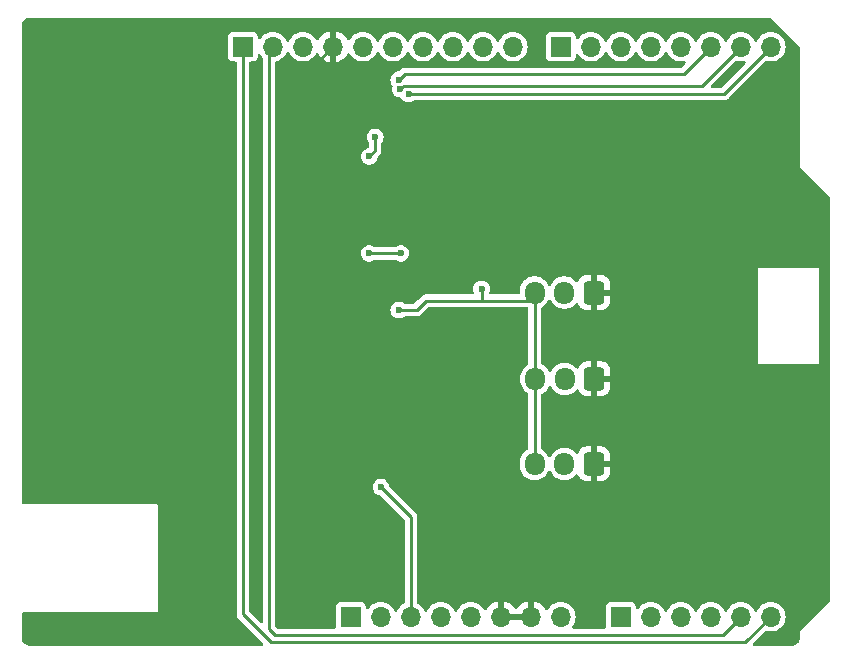
<source format=gbl>
G04 #@! TF.GenerationSoftware,KiCad,Pcbnew,8.0.7-8.0.7-0~ubuntu24.04.1*
G04 #@! TF.CreationDate,2025-01-16T01:19:07-05:00*
G04 #@! TF.ProjectId,tophat,746f7068-6174-42e6-9b69-6361645f7063,rev?*
G04 #@! TF.SameCoordinates,Original*
G04 #@! TF.FileFunction,Copper,L2,Bot*
G04 #@! TF.FilePolarity,Positive*
%FSLAX46Y46*%
G04 Gerber Fmt 4.6, Leading zero omitted, Abs format (unit mm)*
G04 Created by KiCad (PCBNEW 8.0.7-8.0.7-0~ubuntu24.04.1) date 2025-01-16 01:19:07*
%MOMM*%
%LPD*%
G01*
G04 APERTURE LIST*
G04 Aperture macros list*
%AMRoundRect*
0 Rectangle with rounded corners*
0 $1 Rounding radius*
0 $2 $3 $4 $5 $6 $7 $8 $9 X,Y pos of 4 corners*
0 Add a 4 corners polygon primitive as box body*
4,1,4,$2,$3,$4,$5,$6,$7,$8,$9,$2,$3,0*
0 Add four circle primitives for the rounded corners*
1,1,$1+$1,$2,$3*
1,1,$1+$1,$4,$5*
1,1,$1+$1,$6,$7*
1,1,$1+$1,$8,$9*
0 Add four rect primitives between the rounded corners*
20,1,$1+$1,$2,$3,$4,$5,0*
20,1,$1+$1,$4,$5,$6,$7,0*
20,1,$1+$1,$6,$7,$8,$9,0*
20,1,$1+$1,$8,$9,$2,$3,0*%
G04 Aperture macros list end*
G04 #@! TA.AperFunction,ComponentPad*
%ADD10R,1.700000X1.700000*%
G04 #@! TD*
G04 #@! TA.AperFunction,ComponentPad*
%ADD11O,1.700000X1.700000*%
G04 #@! TD*
G04 #@! TA.AperFunction,ComponentPad*
%ADD12RoundRect,0.250000X0.600000X0.725000X-0.600000X0.725000X-0.600000X-0.725000X0.600000X-0.725000X0*%
G04 #@! TD*
G04 #@! TA.AperFunction,ComponentPad*
%ADD13O,1.700000X1.950000*%
G04 #@! TD*
G04 #@! TA.AperFunction,ViaPad*
%ADD14C,0.600000*%
G04 #@! TD*
G04 #@! TA.AperFunction,Conductor*
%ADD15C,0.250000*%
G04 #@! TD*
G04 APERTURE END LIST*
D10*
X127940000Y-97460000D03*
D11*
X130480000Y-97460000D03*
X133020000Y-97460000D03*
X135560000Y-97460000D03*
X138100000Y-97460000D03*
X140640000Y-97460000D03*
X143180000Y-97460000D03*
X145720000Y-97460000D03*
D10*
X150800000Y-97460000D03*
D11*
X153340000Y-97460000D03*
X155880000Y-97460000D03*
X158420000Y-97460000D03*
X160960000Y-97460000D03*
X163500000Y-97460000D03*
D10*
X118796000Y-49200000D03*
D11*
X121336000Y-49200000D03*
X123876000Y-49200000D03*
X126416000Y-49200000D03*
X128956000Y-49200000D03*
X131496000Y-49200000D03*
X134036000Y-49200000D03*
X136576000Y-49200000D03*
X139116000Y-49200000D03*
X141656000Y-49200000D03*
D10*
X145720000Y-49200000D03*
D11*
X148260000Y-49200000D03*
X150800000Y-49200000D03*
X153340000Y-49200000D03*
X155880000Y-49200000D03*
X158420000Y-49200000D03*
X160960000Y-49200000D03*
X163500000Y-49200000D03*
D12*
X148500000Y-70025000D03*
D13*
X146000000Y-70025000D03*
X143500000Y-70025000D03*
D12*
X148500000Y-84525000D03*
D13*
X146000000Y-84525000D03*
X143500000Y-84525000D03*
D12*
X148550000Y-77325000D03*
D13*
X146050000Y-77325000D03*
X143550000Y-77325000D03*
D14*
X160000000Y-51500000D03*
X135500000Y-61000000D03*
X116500000Y-89500000D03*
X120000000Y-89500000D03*
X125500000Y-89500000D03*
X132821935Y-53192794D03*
X123500000Y-58500000D03*
X130000000Y-56875000D03*
X129500000Y-58500000D03*
X132150000Y-66703664D03*
X129500000Y-66703664D03*
X132000000Y-52000000D03*
X132125000Y-52800003D03*
X139000000Y-69703664D03*
X132000000Y-71500000D03*
X130500000Y-86500000D03*
D15*
X158420000Y-49200000D02*
X156120000Y-51500000D01*
X156120000Y-51500000D02*
X132500000Y-51500000D01*
X132500000Y-51500000D02*
X132000000Y-52000000D01*
X132425003Y-52500000D02*
X157660000Y-52500000D01*
X132125000Y-52800003D02*
X132425003Y-52500000D01*
X132000000Y-71500000D02*
X133500000Y-71500000D01*
X133500000Y-71500000D02*
X134296336Y-70703664D01*
X134296336Y-70703664D02*
X139000000Y-70703664D01*
X123500000Y-58500000D02*
X123500000Y-52116000D01*
X123500000Y-52116000D02*
X126416000Y-49200000D01*
X121500000Y-99000000D02*
X121000000Y-98500000D01*
X121000000Y-98500000D02*
X121000000Y-49536000D01*
X159420000Y-99000000D02*
X121500000Y-99000000D01*
X160960000Y-97460000D02*
X159420000Y-99000000D01*
X161346000Y-99614000D02*
X121149604Y-99614000D01*
X121149604Y-99614000D02*
X118796000Y-97260396D01*
X118796000Y-97260396D02*
X118796000Y-49200000D01*
X163500000Y-97460000D02*
X161346000Y-99614000D01*
X130000000Y-56875000D02*
X130000000Y-58000000D01*
X130000000Y-58000000D02*
X129500000Y-58500000D01*
X132150000Y-66703664D02*
X129500000Y-66703664D01*
X160960000Y-49200000D02*
X157660000Y-52500000D01*
X163500000Y-49200000D02*
X159509313Y-53190687D01*
X132818197Y-53190687D02*
X159509313Y-53190687D01*
X143500000Y-69825000D02*
X143500000Y-84525000D01*
X139000000Y-70703664D02*
X143500000Y-70703664D01*
X139000000Y-69703664D02*
X139000000Y-70703664D01*
X133020000Y-89020000D02*
X130500000Y-86500000D01*
X133020000Y-97460000D02*
X133020000Y-89020000D01*
G04 #@! TA.AperFunction,Conductor*
G36*
X160594237Y-50396607D02*
G01*
X160742023Y-50436207D01*
X160929787Y-50452633D01*
X160959998Y-50455277D01*
X160960000Y-50455277D01*
X160960002Y-50455277D01*
X160988254Y-50452805D01*
X161177977Y-50436207D01*
X161199036Y-50430564D01*
X161268885Y-50432227D01*
X161326747Y-50471389D01*
X161354252Y-50535617D01*
X161342666Y-50604520D01*
X161318810Y-50638020D01*
X159327963Y-52628868D01*
X159266640Y-52662353D01*
X159240282Y-52665187D01*
X158537344Y-52665187D01*
X158470305Y-52645502D01*
X158424550Y-52592698D01*
X158414606Y-52523540D01*
X158443631Y-52459984D01*
X158449663Y-52453506D01*
X158948354Y-51954815D01*
X160474467Y-50428700D01*
X160535788Y-50395217D01*
X160594237Y-50396607D01*
G37*
G04 #@! TD.AperFunction*
G04 #@! TA.AperFunction,Conductor*
G36*
X163484404Y-46755185D02*
G01*
X163505046Y-46771819D01*
X165928181Y-49194954D01*
X165961666Y-49256277D01*
X165964500Y-49282635D01*
X165964500Y-59344982D01*
X165964500Y-59375018D01*
X165975994Y-59402767D01*
X165975995Y-59402768D01*
X168468181Y-61894954D01*
X168501666Y-61956277D01*
X168504500Y-61982635D01*
X168504500Y-96107364D01*
X168484815Y-96174403D01*
X168468181Y-96195045D01*
X165997233Y-98665994D01*
X165975995Y-98687231D01*
X165964500Y-98714982D01*
X165964500Y-99231907D01*
X165963903Y-99244062D01*
X165952505Y-99359778D01*
X165947763Y-99383618D01*
X165917832Y-99482290D01*
X165915789Y-99489024D01*
X165906486Y-99511482D01*
X165854561Y-99608627D01*
X165841056Y-99628839D01*
X165771176Y-99713988D01*
X165753988Y-99731176D01*
X165668839Y-99801056D01*
X165648627Y-99814561D01*
X165551482Y-99866486D01*
X165529028Y-99875787D01*
X165487028Y-99888528D01*
X165423618Y-99907763D01*
X165399778Y-99912505D01*
X165291162Y-99923203D01*
X165284060Y-99923903D01*
X165271907Y-99924500D01*
X162078031Y-99924500D01*
X162010992Y-99904815D01*
X161965237Y-99852011D01*
X161955293Y-99782853D01*
X161984318Y-99719297D01*
X161990350Y-99712819D01*
X162220879Y-99482290D01*
X163014467Y-98688700D01*
X163075788Y-98655217D01*
X163134237Y-98656607D01*
X163282023Y-98696207D01*
X163469787Y-98712633D01*
X163499998Y-98715277D01*
X163500000Y-98715277D01*
X163500002Y-98715277D01*
X163528254Y-98712805D01*
X163717977Y-98696207D01*
X163929330Y-98639575D01*
X164127639Y-98547102D01*
X164306877Y-98421598D01*
X164461598Y-98266877D01*
X164587102Y-98087639D01*
X164679575Y-97889330D01*
X164736207Y-97677977D01*
X164755277Y-97460000D01*
X164736207Y-97242023D01*
X164688507Y-97064004D01*
X164679577Y-97030677D01*
X164679576Y-97030676D01*
X164679575Y-97030670D01*
X164587102Y-96832362D01*
X164587100Y-96832359D01*
X164587099Y-96832357D01*
X164461599Y-96653124D01*
X164386950Y-96578475D01*
X164306877Y-96498402D01*
X164127642Y-96372900D01*
X164127638Y-96372897D01*
X163998072Y-96312480D01*
X163929330Y-96280425D01*
X163929326Y-96280424D01*
X163929322Y-96280422D01*
X163717977Y-96223793D01*
X163500002Y-96204723D01*
X163499998Y-96204723D01*
X163354682Y-96217436D01*
X163282023Y-96223793D01*
X163282020Y-96223793D01*
X163070677Y-96280422D01*
X163070670Y-96280424D01*
X163070670Y-96280425D01*
X163067391Y-96281954D01*
X162872361Y-96372898D01*
X162872357Y-96372900D01*
X162693121Y-96498402D01*
X162538402Y-96653121D01*
X162412900Y-96832357D01*
X162412898Y-96832361D01*
X162342382Y-96983583D01*
X162296209Y-97036022D01*
X162229016Y-97055174D01*
X162162135Y-97034958D01*
X162117618Y-96983583D01*
X162062725Y-96865866D01*
X162047102Y-96832362D01*
X162047100Y-96832359D01*
X162047099Y-96832357D01*
X161921599Y-96653124D01*
X161846950Y-96578475D01*
X161766877Y-96498402D01*
X161587642Y-96372900D01*
X161587638Y-96372897D01*
X161458072Y-96312480D01*
X161389330Y-96280425D01*
X161389326Y-96280424D01*
X161389322Y-96280422D01*
X161177977Y-96223793D01*
X160960002Y-96204723D01*
X160959998Y-96204723D01*
X160814682Y-96217436D01*
X160742023Y-96223793D01*
X160742020Y-96223793D01*
X160530677Y-96280422D01*
X160530670Y-96280424D01*
X160530670Y-96280425D01*
X160527391Y-96281954D01*
X160332361Y-96372898D01*
X160332357Y-96372900D01*
X160153121Y-96498402D01*
X159998402Y-96653121D01*
X159872900Y-96832357D01*
X159872898Y-96832361D01*
X159802382Y-96983583D01*
X159756209Y-97036022D01*
X159689016Y-97055174D01*
X159622135Y-97034958D01*
X159577618Y-96983583D01*
X159522725Y-96865866D01*
X159507102Y-96832362D01*
X159507100Y-96832359D01*
X159507099Y-96832357D01*
X159381599Y-96653124D01*
X159306950Y-96578475D01*
X159226877Y-96498402D01*
X159047642Y-96372900D01*
X159047638Y-96372897D01*
X158918072Y-96312480D01*
X158849330Y-96280425D01*
X158849326Y-96280424D01*
X158849322Y-96280422D01*
X158637977Y-96223793D01*
X158420002Y-96204723D01*
X158419998Y-96204723D01*
X158274682Y-96217436D01*
X158202023Y-96223793D01*
X158202020Y-96223793D01*
X157990677Y-96280422D01*
X157990670Y-96280424D01*
X157990670Y-96280425D01*
X157987391Y-96281954D01*
X157792361Y-96372898D01*
X157792357Y-96372900D01*
X157613121Y-96498402D01*
X157458402Y-96653121D01*
X157332900Y-96832357D01*
X157332898Y-96832361D01*
X157262382Y-96983583D01*
X157216209Y-97036022D01*
X157149016Y-97055174D01*
X157082135Y-97034958D01*
X157037618Y-96983583D01*
X156982725Y-96865866D01*
X156967102Y-96832362D01*
X156967100Y-96832359D01*
X156967099Y-96832357D01*
X156841599Y-96653124D01*
X156766950Y-96578475D01*
X156686877Y-96498402D01*
X156507642Y-96372900D01*
X156507638Y-96372897D01*
X156378072Y-96312480D01*
X156309330Y-96280425D01*
X156309326Y-96280424D01*
X156309322Y-96280422D01*
X156097977Y-96223793D01*
X155880002Y-96204723D01*
X155879998Y-96204723D01*
X155734682Y-96217436D01*
X155662023Y-96223793D01*
X155662020Y-96223793D01*
X155450677Y-96280422D01*
X155450670Y-96280424D01*
X155450670Y-96280425D01*
X155447391Y-96281954D01*
X155252361Y-96372898D01*
X155252357Y-96372900D01*
X155073121Y-96498402D01*
X154918402Y-96653121D01*
X154792900Y-96832357D01*
X154792898Y-96832361D01*
X154722382Y-96983583D01*
X154676209Y-97036022D01*
X154609016Y-97055174D01*
X154542135Y-97034958D01*
X154497618Y-96983583D01*
X154442725Y-96865866D01*
X154427102Y-96832362D01*
X154427100Y-96832359D01*
X154427099Y-96832357D01*
X154301599Y-96653124D01*
X154226950Y-96578475D01*
X154146877Y-96498402D01*
X153967642Y-96372900D01*
X153967638Y-96372897D01*
X153838072Y-96312480D01*
X153769330Y-96280425D01*
X153769326Y-96280424D01*
X153769322Y-96280422D01*
X153557977Y-96223793D01*
X153340002Y-96204723D01*
X153339998Y-96204723D01*
X153194682Y-96217436D01*
X153122023Y-96223793D01*
X153122020Y-96223793D01*
X152910677Y-96280422D01*
X152910670Y-96280424D01*
X152910670Y-96280425D01*
X152907391Y-96281954D01*
X152712361Y-96372898D01*
X152712357Y-96372900D01*
X152533121Y-96498402D01*
X152378402Y-96653121D01*
X152276074Y-96799262D01*
X152221497Y-96842887D01*
X152151999Y-96850081D01*
X152089644Y-96818558D01*
X152054230Y-96758328D01*
X152050499Y-96728139D01*
X152050499Y-96578482D01*
X152050498Y-96578475D01*
X152035646Y-96484696D01*
X151978050Y-96371658D01*
X151978046Y-96371654D01*
X151978045Y-96371652D01*
X151888347Y-96281954D01*
X151888344Y-96281952D01*
X151888342Y-96281950D01*
X151811517Y-96242805D01*
X151775301Y-96224352D01*
X151681524Y-96209500D01*
X149918482Y-96209500D01*
X149837519Y-96222323D01*
X149824696Y-96224354D01*
X149711658Y-96281950D01*
X149711657Y-96281951D01*
X149711652Y-96281954D01*
X149621954Y-96371652D01*
X149621951Y-96371657D01*
X149621950Y-96371658D01*
X149602751Y-96409337D01*
X149564352Y-96484698D01*
X149549500Y-96578475D01*
X149549501Y-98346390D01*
X149548265Y-98346390D01*
X149535071Y-98409161D01*
X149486014Y-98458912D01*
X149425824Y-98474500D01*
X146773300Y-98474500D01*
X146706261Y-98454815D01*
X146660506Y-98402011D01*
X146650562Y-98332853D01*
X146678309Y-98270797D01*
X146681589Y-98266886D01*
X146681598Y-98266877D01*
X146807102Y-98087639D01*
X146899575Y-97889330D01*
X146956207Y-97677977D01*
X146975277Y-97460000D01*
X146956207Y-97242023D01*
X146908507Y-97064004D01*
X146899577Y-97030677D01*
X146899576Y-97030676D01*
X146899575Y-97030670D01*
X146807102Y-96832362D01*
X146807100Y-96832359D01*
X146807099Y-96832357D01*
X146681599Y-96653124D01*
X146606950Y-96578475D01*
X146526877Y-96498402D01*
X146347642Y-96372900D01*
X146347638Y-96372897D01*
X146218072Y-96312480D01*
X146149330Y-96280425D01*
X146149326Y-96280424D01*
X146149322Y-96280422D01*
X145937977Y-96223793D01*
X145720002Y-96204723D01*
X145719998Y-96204723D01*
X145574682Y-96217436D01*
X145502023Y-96223793D01*
X145502020Y-96223793D01*
X145290677Y-96280422D01*
X145290670Y-96280424D01*
X145290670Y-96280425D01*
X145287391Y-96281954D01*
X145092361Y-96372898D01*
X145092357Y-96372900D01*
X144913121Y-96498402D01*
X144758402Y-96653121D01*
X144632900Y-96832357D01*
X144632897Y-96832363D01*
X144617273Y-96865868D01*
X144571099Y-96918307D01*
X144503905Y-96937457D01*
X144437025Y-96917240D01*
X144392509Y-96865865D01*
X144353598Y-96782419D01*
X144218113Y-96588926D01*
X144218108Y-96588920D01*
X144051082Y-96421894D01*
X143857578Y-96286399D01*
X143643492Y-96186570D01*
X143643486Y-96186567D01*
X143430000Y-96129364D01*
X143430000Y-97026988D01*
X143372993Y-96994075D01*
X143245826Y-96960000D01*
X143114174Y-96960000D01*
X142987007Y-96994075D01*
X142930000Y-97026988D01*
X142930000Y-96129364D01*
X142929999Y-96129364D01*
X142716513Y-96186567D01*
X142716507Y-96186570D01*
X142502422Y-96286399D01*
X142502420Y-96286400D01*
X142308926Y-96421886D01*
X142308920Y-96421891D01*
X142141891Y-96588920D01*
X142141890Y-96588922D01*
X142011575Y-96775031D01*
X141956998Y-96818655D01*
X141887499Y-96825848D01*
X141825145Y-96794326D01*
X141808425Y-96775031D01*
X141678109Y-96588922D01*
X141678108Y-96588920D01*
X141511082Y-96421894D01*
X141317578Y-96286399D01*
X141103492Y-96186570D01*
X141103486Y-96186567D01*
X140890000Y-96129364D01*
X140890000Y-97026988D01*
X140832993Y-96994075D01*
X140705826Y-96960000D01*
X140574174Y-96960000D01*
X140447007Y-96994075D01*
X140390000Y-97026988D01*
X140390000Y-96129364D01*
X140389999Y-96129364D01*
X140176513Y-96186567D01*
X140176507Y-96186570D01*
X139962422Y-96286399D01*
X139962420Y-96286400D01*
X139768926Y-96421886D01*
X139768920Y-96421891D01*
X139601891Y-96588920D01*
X139601886Y-96588926D01*
X139466400Y-96782420D01*
X139466399Y-96782422D01*
X139427489Y-96865866D01*
X139381317Y-96918305D01*
X139314123Y-96937457D01*
X139247242Y-96917241D01*
X139202725Y-96865866D01*
X139202725Y-96865865D01*
X139187102Y-96832362D01*
X139187100Y-96832359D01*
X139187099Y-96832357D01*
X139061599Y-96653124D01*
X138986950Y-96578475D01*
X138906877Y-96498402D01*
X138727642Y-96372900D01*
X138727638Y-96372897D01*
X138598072Y-96312480D01*
X138529330Y-96280425D01*
X138529326Y-96280424D01*
X138529322Y-96280422D01*
X138317977Y-96223793D01*
X138100002Y-96204723D01*
X138099998Y-96204723D01*
X137954682Y-96217436D01*
X137882023Y-96223793D01*
X137882020Y-96223793D01*
X137670677Y-96280422D01*
X137670670Y-96280424D01*
X137670670Y-96280425D01*
X137667391Y-96281954D01*
X137472361Y-96372898D01*
X137472357Y-96372900D01*
X137293121Y-96498402D01*
X137138402Y-96653121D01*
X137012900Y-96832357D01*
X137012898Y-96832361D01*
X136942382Y-96983583D01*
X136896209Y-97036022D01*
X136829016Y-97055174D01*
X136762135Y-97034958D01*
X136717618Y-96983583D01*
X136662725Y-96865866D01*
X136647102Y-96832362D01*
X136647100Y-96832359D01*
X136647099Y-96832357D01*
X136521599Y-96653124D01*
X136446950Y-96578475D01*
X136366877Y-96498402D01*
X136187642Y-96372900D01*
X136187638Y-96372897D01*
X136058072Y-96312480D01*
X135989330Y-96280425D01*
X135989326Y-96280424D01*
X135989322Y-96280422D01*
X135777977Y-96223793D01*
X135560002Y-96204723D01*
X135559998Y-96204723D01*
X135414682Y-96217436D01*
X135342023Y-96223793D01*
X135342020Y-96223793D01*
X135130677Y-96280422D01*
X135130670Y-96280424D01*
X135130670Y-96280425D01*
X135127391Y-96281954D01*
X134932361Y-96372898D01*
X134932357Y-96372900D01*
X134753121Y-96498402D01*
X134598402Y-96653121D01*
X134472900Y-96832357D01*
X134472898Y-96832361D01*
X134402382Y-96983583D01*
X134356209Y-97036022D01*
X134289016Y-97055174D01*
X134222135Y-97034958D01*
X134177618Y-96983583D01*
X134122725Y-96865866D01*
X134107102Y-96832362D01*
X134107100Y-96832359D01*
X134107099Y-96832357D01*
X133981599Y-96653124D01*
X133906950Y-96578475D01*
X133826877Y-96498402D01*
X133647639Y-96372898D01*
X133644967Y-96371652D01*
X133617093Y-96358653D01*
X133564655Y-96312480D01*
X133545500Y-96246272D01*
X133545500Y-88950819D01*
X133545500Y-88950817D01*
X133509688Y-88817164D01*
X133440505Y-88697335D01*
X133342665Y-88599495D01*
X133342664Y-88599494D01*
X133338334Y-88595164D01*
X133338323Y-88595154D01*
X131230716Y-86487547D01*
X131197231Y-86426224D01*
X131195301Y-86414812D01*
X131185140Y-86331131D01*
X131185139Y-86331125D01*
X131124817Y-86172068D01*
X131090476Y-86122318D01*
X131028183Y-86032071D01*
X130933316Y-85948026D01*
X130900849Y-85919263D01*
X130750226Y-85840210D01*
X130585056Y-85799500D01*
X130414944Y-85799500D01*
X130249773Y-85840210D01*
X130099150Y-85919263D01*
X129971816Y-86032072D01*
X129875182Y-86172068D01*
X129814860Y-86331125D01*
X129814859Y-86331130D01*
X129794355Y-86500000D01*
X129814859Y-86668869D01*
X129814860Y-86668874D01*
X129875182Y-86827931D01*
X129937475Y-86918177D01*
X129971817Y-86967929D01*
X130077505Y-87061560D01*
X130099150Y-87080736D01*
X130249773Y-87159789D01*
X130249775Y-87159790D01*
X130414944Y-87200500D01*
X130414946Y-87200500D01*
X130420708Y-87201200D01*
X130484887Y-87228820D01*
X130493446Y-87236615D01*
X132458181Y-89201350D01*
X132491666Y-89262673D01*
X132494500Y-89289031D01*
X132494500Y-96246273D01*
X132474815Y-96313312D01*
X132422906Y-96358655D01*
X132392359Y-96372899D01*
X132213121Y-96498402D01*
X132058402Y-96653121D01*
X131932900Y-96832357D01*
X131932898Y-96832361D01*
X131862382Y-96983583D01*
X131816209Y-97036022D01*
X131749016Y-97055174D01*
X131682135Y-97034958D01*
X131637618Y-96983583D01*
X131582725Y-96865866D01*
X131567102Y-96832362D01*
X131567100Y-96832359D01*
X131567099Y-96832357D01*
X131441599Y-96653124D01*
X131366950Y-96578475D01*
X131286877Y-96498402D01*
X131107642Y-96372900D01*
X131107638Y-96372897D01*
X130978072Y-96312480D01*
X130909330Y-96280425D01*
X130909326Y-96280424D01*
X130909322Y-96280422D01*
X130697977Y-96223793D01*
X130480002Y-96204723D01*
X130479998Y-96204723D01*
X130334682Y-96217436D01*
X130262023Y-96223793D01*
X130262020Y-96223793D01*
X130050677Y-96280422D01*
X130050670Y-96280424D01*
X130050670Y-96280425D01*
X130047391Y-96281954D01*
X129852361Y-96372898D01*
X129852357Y-96372900D01*
X129673121Y-96498402D01*
X129518402Y-96653121D01*
X129416074Y-96799262D01*
X129361497Y-96842887D01*
X129291999Y-96850081D01*
X129229644Y-96818558D01*
X129194230Y-96758328D01*
X129190499Y-96728139D01*
X129190499Y-96578482D01*
X129190498Y-96578475D01*
X129175646Y-96484696D01*
X129118050Y-96371658D01*
X129118046Y-96371654D01*
X129118045Y-96371652D01*
X129028347Y-96281954D01*
X129028344Y-96281952D01*
X129028342Y-96281950D01*
X128951517Y-96242805D01*
X128915301Y-96224352D01*
X128821524Y-96209500D01*
X127058482Y-96209500D01*
X126977519Y-96222323D01*
X126964696Y-96224354D01*
X126851658Y-96281950D01*
X126851657Y-96281951D01*
X126851652Y-96281954D01*
X126761954Y-96371652D01*
X126761951Y-96371657D01*
X126761950Y-96371658D01*
X126742751Y-96409337D01*
X126704352Y-96484698D01*
X126689500Y-96578475D01*
X126689501Y-98346390D01*
X126688265Y-98346390D01*
X126675071Y-98409161D01*
X126626014Y-98458912D01*
X126565824Y-98474500D01*
X121769032Y-98474500D01*
X121701993Y-98454815D01*
X121681351Y-98438181D01*
X121561819Y-98318649D01*
X121528334Y-98257326D01*
X121525500Y-98230968D01*
X121525500Y-71499999D01*
X131294355Y-71499999D01*
X131314859Y-71668869D01*
X131314860Y-71668874D01*
X131375182Y-71827931D01*
X131437475Y-71918177D01*
X131471817Y-71967929D01*
X131536803Y-72025501D01*
X131599150Y-72080736D01*
X131749773Y-72159789D01*
X131749775Y-72159790D01*
X131914944Y-72200500D01*
X132085056Y-72200500D01*
X132250225Y-72159790D01*
X132400852Y-72080734D01*
X132416291Y-72067056D01*
X132428000Y-72056684D01*
X132491233Y-72026963D01*
X132510226Y-72025500D01*
X133423205Y-72025500D01*
X133423221Y-72025501D01*
X133430817Y-72025501D01*
X133569181Y-72025501D01*
X133569183Y-72025501D01*
X133639455Y-72006671D01*
X133674592Y-71997256D01*
X133674593Y-71997255D01*
X133702836Y-71989688D01*
X133822665Y-71920505D01*
X133920505Y-71822665D01*
X133920505Y-71822663D01*
X133930709Y-71812460D01*
X133930712Y-71812455D01*
X134477686Y-71265483D01*
X134539009Y-71231998D01*
X134565367Y-71229164D01*
X138930817Y-71229164D01*
X139069183Y-71229164D01*
X142833746Y-71229164D01*
X142890038Y-71242678D01*
X142906793Y-71251215D01*
X142957589Y-71299187D01*
X142974500Y-71361700D01*
X142974500Y-76013774D01*
X142954815Y-76080813D01*
X142906800Y-76124256D01*
X142894597Y-76130474D01*
X142814974Y-76188324D01*
X142735354Y-76246172D01*
X142735352Y-76246174D01*
X142735351Y-76246174D01*
X142596174Y-76385351D01*
X142596174Y-76385352D01*
X142596172Y-76385354D01*
X142565044Y-76428198D01*
X142480476Y-76544594D01*
X142391117Y-76719970D01*
X142330290Y-76907173D01*
X142299500Y-77101577D01*
X142299500Y-77548422D01*
X142330290Y-77742826D01*
X142391117Y-77930029D01*
X142477708Y-78099973D01*
X142480476Y-78105405D01*
X142596172Y-78264646D01*
X142735354Y-78403828D01*
X142825251Y-78469142D01*
X142894590Y-78519521D01*
X142894592Y-78519521D01*
X142894595Y-78519524D01*
X142906793Y-78525739D01*
X142957589Y-78573711D01*
X142974500Y-78636224D01*
X142974500Y-83188298D01*
X142954815Y-83255337D01*
X142906796Y-83298782D01*
X142844597Y-83330474D01*
X142764974Y-83388324D01*
X142685354Y-83446172D01*
X142685352Y-83446174D01*
X142685351Y-83446174D01*
X142546174Y-83585351D01*
X142546174Y-83585352D01*
X142546172Y-83585354D01*
X142515044Y-83628198D01*
X142430476Y-83744594D01*
X142341117Y-83919970D01*
X142280290Y-84107173D01*
X142249500Y-84301577D01*
X142249500Y-84748422D01*
X142280290Y-84942826D01*
X142341117Y-85130029D01*
X142427708Y-85299973D01*
X142430476Y-85305405D01*
X142546172Y-85464646D01*
X142685354Y-85603828D01*
X142844595Y-85719524D01*
X142927455Y-85761743D01*
X143019970Y-85808882D01*
X143019972Y-85808882D01*
X143019975Y-85808884D01*
X143116386Y-85840210D01*
X143207173Y-85869709D01*
X143401578Y-85900500D01*
X143401583Y-85900500D01*
X143598422Y-85900500D01*
X143792826Y-85869709D01*
X143980025Y-85808884D01*
X144155405Y-85719524D01*
X144314646Y-85603828D01*
X144453828Y-85464646D01*
X144569524Y-85305405D01*
X144639515Y-85168038D01*
X144687489Y-85117243D01*
X144755310Y-85100448D01*
X144821445Y-85122985D01*
X144860484Y-85168038D01*
X144930476Y-85305405D01*
X145046172Y-85464646D01*
X145185354Y-85603828D01*
X145344595Y-85719524D01*
X145427455Y-85761743D01*
X145519970Y-85808882D01*
X145519972Y-85808882D01*
X145519975Y-85808884D01*
X145616386Y-85840210D01*
X145707173Y-85869709D01*
X145901578Y-85900500D01*
X145901583Y-85900500D01*
X146098422Y-85900500D01*
X146292826Y-85869709D01*
X146480025Y-85808884D01*
X146655405Y-85719524D01*
X146814646Y-85603828D01*
X146953828Y-85464646D01*
X146967836Y-85445364D01*
X147023164Y-85402699D01*
X147092778Y-85396719D01*
X147154573Y-85429324D01*
X147185860Y-85479246D01*
X147215641Y-85569119D01*
X147215643Y-85569124D01*
X147307684Y-85718345D01*
X147431654Y-85842315D01*
X147580875Y-85934356D01*
X147580880Y-85934358D01*
X147747302Y-85989505D01*
X147747309Y-85989506D01*
X147850019Y-85999999D01*
X148249999Y-85999999D01*
X148250000Y-85999998D01*
X148250000Y-84929145D01*
X148316657Y-84967630D01*
X148437465Y-85000000D01*
X148562535Y-85000000D01*
X148683343Y-84967630D01*
X148750000Y-84929145D01*
X148750000Y-85999999D01*
X149149972Y-85999999D01*
X149149986Y-85999998D01*
X149252697Y-85989505D01*
X149419119Y-85934358D01*
X149419124Y-85934356D01*
X149568345Y-85842315D01*
X149692315Y-85718345D01*
X149784356Y-85569124D01*
X149784358Y-85569119D01*
X149839505Y-85402697D01*
X149839506Y-85402690D01*
X149849999Y-85299986D01*
X149850000Y-85299973D01*
X149850000Y-84775000D01*
X148904146Y-84775000D01*
X148942630Y-84708343D01*
X148975000Y-84587535D01*
X148975000Y-84462465D01*
X148942630Y-84341657D01*
X148904146Y-84275000D01*
X149849999Y-84275000D01*
X149849999Y-83750028D01*
X149849998Y-83750013D01*
X149839505Y-83647302D01*
X149784358Y-83480880D01*
X149784356Y-83480875D01*
X149692315Y-83331654D01*
X149568345Y-83207684D01*
X149419124Y-83115643D01*
X149419119Y-83115641D01*
X149252697Y-83060494D01*
X149252690Y-83060493D01*
X149149986Y-83050000D01*
X148750000Y-83050000D01*
X148750000Y-84120854D01*
X148683343Y-84082370D01*
X148562535Y-84050000D01*
X148437465Y-84050000D01*
X148316657Y-84082370D01*
X148250000Y-84120854D01*
X148250000Y-83050000D01*
X147850028Y-83050000D01*
X147850012Y-83050001D01*
X147747302Y-83060494D01*
X147580880Y-83115641D01*
X147580875Y-83115643D01*
X147431654Y-83207684D01*
X147307684Y-83331654D01*
X147215643Y-83480875D01*
X147215642Y-83480878D01*
X147185860Y-83570754D01*
X147146087Y-83628198D01*
X147081571Y-83655021D01*
X147012795Y-83642706D01*
X146967837Y-83604636D01*
X146953828Y-83585354D01*
X146814646Y-83446172D01*
X146655405Y-83330476D01*
X146593202Y-83298782D01*
X146480029Y-83241117D01*
X146292826Y-83180290D01*
X146098422Y-83149500D01*
X146098417Y-83149500D01*
X145901583Y-83149500D01*
X145901578Y-83149500D01*
X145707173Y-83180290D01*
X145519970Y-83241117D01*
X145344594Y-83330476D01*
X145253741Y-83396485D01*
X145185354Y-83446172D01*
X145185352Y-83446174D01*
X145185351Y-83446174D01*
X145046174Y-83585351D01*
X145046174Y-83585352D01*
X145046172Y-83585354D01*
X145015044Y-83628198D01*
X144930476Y-83744594D01*
X144860485Y-83881960D01*
X144812510Y-83932756D01*
X144744689Y-83949551D01*
X144678554Y-83927014D01*
X144639515Y-83881960D01*
X144572292Y-83750028D01*
X144569524Y-83744595D01*
X144453828Y-83585354D01*
X144314646Y-83446172D01*
X144155405Y-83330476D01*
X144155404Y-83330475D01*
X144155402Y-83330474D01*
X144093204Y-83298782D01*
X144042409Y-83250808D01*
X144025500Y-83188298D01*
X144025500Y-78687176D01*
X144045185Y-78620137D01*
X144093203Y-78576693D01*
X144205405Y-78519524D01*
X144364646Y-78403828D01*
X144503828Y-78264646D01*
X144619524Y-78105405D01*
X144689515Y-77968038D01*
X144737489Y-77917243D01*
X144805310Y-77900448D01*
X144871445Y-77922985D01*
X144910484Y-77968038D01*
X144980476Y-78105405D01*
X145096172Y-78264646D01*
X145235354Y-78403828D01*
X145394595Y-78519524D01*
X145474499Y-78560237D01*
X145569970Y-78608882D01*
X145569972Y-78608882D01*
X145569975Y-78608884D01*
X145670317Y-78641487D01*
X145757173Y-78669709D01*
X145951578Y-78700500D01*
X145951583Y-78700500D01*
X146148422Y-78700500D01*
X146342826Y-78669709D01*
X146530025Y-78608884D01*
X146705405Y-78519524D01*
X146864646Y-78403828D01*
X147003828Y-78264646D01*
X147017836Y-78245364D01*
X147073164Y-78202699D01*
X147142778Y-78196719D01*
X147204573Y-78229324D01*
X147235860Y-78279246D01*
X147265641Y-78369119D01*
X147265643Y-78369124D01*
X147357684Y-78518345D01*
X147481654Y-78642315D01*
X147630875Y-78734356D01*
X147630880Y-78734358D01*
X147797302Y-78789505D01*
X147797309Y-78789506D01*
X147900019Y-78799999D01*
X148299999Y-78799999D01*
X148300000Y-78799998D01*
X148300000Y-77729145D01*
X148366657Y-77767630D01*
X148487465Y-77800000D01*
X148612535Y-77800000D01*
X148733343Y-77767630D01*
X148800000Y-77729145D01*
X148800000Y-78799999D01*
X149199972Y-78799999D01*
X149199986Y-78799998D01*
X149302697Y-78789505D01*
X149469119Y-78734358D01*
X149469124Y-78734356D01*
X149618345Y-78642315D01*
X149742315Y-78518345D01*
X149834356Y-78369124D01*
X149834358Y-78369119D01*
X149889505Y-78202697D01*
X149889506Y-78202690D01*
X149899999Y-78099986D01*
X149900000Y-78099973D01*
X149900000Y-77575000D01*
X148954146Y-77575000D01*
X148992630Y-77508343D01*
X149025000Y-77387535D01*
X149025000Y-77262465D01*
X148992630Y-77141657D01*
X148954146Y-77075000D01*
X149899999Y-77075000D01*
X149899999Y-76550028D01*
X149899998Y-76550013D01*
X149889505Y-76447302D01*
X149834358Y-76280880D01*
X149834356Y-76280875D01*
X149742315Y-76131654D01*
X149618345Y-76007684D01*
X149469124Y-75915643D01*
X149469119Y-75915641D01*
X149302697Y-75860494D01*
X149302690Y-75860493D01*
X149199986Y-75850000D01*
X148800000Y-75850000D01*
X148800000Y-76920854D01*
X148733343Y-76882370D01*
X148612535Y-76850000D01*
X148487465Y-76850000D01*
X148366657Y-76882370D01*
X148300000Y-76920854D01*
X148300000Y-75850000D01*
X147900028Y-75850000D01*
X147900012Y-75850001D01*
X147797302Y-75860494D01*
X147630880Y-75915641D01*
X147630875Y-75915643D01*
X147481654Y-76007684D01*
X147357684Y-76131654D01*
X147265643Y-76280875D01*
X147265642Y-76280878D01*
X147235860Y-76370754D01*
X147196087Y-76428198D01*
X147131571Y-76455021D01*
X147062795Y-76442706D01*
X147017837Y-76404636D01*
X147003828Y-76385354D01*
X146864646Y-76246172D01*
X146705405Y-76130476D01*
X146705401Y-76130474D01*
X146530029Y-76041117D01*
X146342826Y-75980290D01*
X146148422Y-75949500D01*
X146148417Y-75949500D01*
X145951583Y-75949500D01*
X145951578Y-75949500D01*
X145757173Y-75980290D01*
X145569970Y-76041117D01*
X145394594Y-76130476D01*
X145303741Y-76196485D01*
X145235354Y-76246172D01*
X145235352Y-76246174D01*
X145235351Y-76246174D01*
X145096174Y-76385351D01*
X145096174Y-76385352D01*
X145096172Y-76385354D01*
X145065044Y-76428198D01*
X144980476Y-76544594D01*
X144910485Y-76681960D01*
X144862510Y-76732756D01*
X144794689Y-76749551D01*
X144728554Y-76727014D01*
X144689515Y-76681960D01*
X144622292Y-76550028D01*
X144619524Y-76544595D01*
X144503828Y-76385354D01*
X144364646Y-76246172D01*
X144205405Y-76130476D01*
X144205401Y-76130474D01*
X144093205Y-76073307D01*
X144042409Y-76025332D01*
X144025500Y-75962822D01*
X144025500Y-71361700D01*
X144045185Y-71294661D01*
X144093204Y-71251216D01*
X144155405Y-71219524D01*
X144314646Y-71103828D01*
X144453828Y-70964646D01*
X144569524Y-70805405D01*
X144639515Y-70668038D01*
X144687489Y-70617243D01*
X144755310Y-70600448D01*
X144821445Y-70622985D01*
X144860484Y-70668038D01*
X144930476Y-70805405D01*
X145046172Y-70964646D01*
X145185354Y-71103828D01*
X145344595Y-71219524D01*
X145427455Y-71261743D01*
X145519970Y-71308882D01*
X145519972Y-71308882D01*
X145519975Y-71308884D01*
X145588435Y-71331128D01*
X145707173Y-71369709D01*
X145901578Y-71400500D01*
X145901583Y-71400500D01*
X146098422Y-71400500D01*
X146292826Y-71369709D01*
X146317475Y-71361700D01*
X146480025Y-71308884D01*
X146655405Y-71219524D01*
X146814646Y-71103828D01*
X146953828Y-70964646D01*
X146967836Y-70945364D01*
X147023164Y-70902699D01*
X147092778Y-70896719D01*
X147154573Y-70929324D01*
X147185860Y-70979246D01*
X147215641Y-71069119D01*
X147215643Y-71069124D01*
X147307684Y-71218345D01*
X147431654Y-71342315D01*
X147580875Y-71434356D01*
X147580880Y-71434358D01*
X147747302Y-71489505D01*
X147747309Y-71489506D01*
X147850019Y-71499999D01*
X148249999Y-71499999D01*
X148250000Y-71499998D01*
X148250000Y-70429145D01*
X148316657Y-70467630D01*
X148437465Y-70500000D01*
X148562535Y-70500000D01*
X148683343Y-70467630D01*
X148750000Y-70429145D01*
X148750000Y-71499999D01*
X149149972Y-71499999D01*
X149149986Y-71499998D01*
X149252697Y-71489505D01*
X149419119Y-71434358D01*
X149419124Y-71434356D01*
X149568345Y-71342315D01*
X149692315Y-71218345D01*
X149784356Y-71069124D01*
X149784358Y-71069119D01*
X149839505Y-70902697D01*
X149839506Y-70902690D01*
X149849999Y-70799986D01*
X149850000Y-70799973D01*
X149850000Y-70275000D01*
X148904146Y-70275000D01*
X148942630Y-70208343D01*
X148975000Y-70087535D01*
X148975000Y-69962465D01*
X148942630Y-69841657D01*
X148904146Y-69775000D01*
X149849999Y-69775000D01*
X149849999Y-69250028D01*
X149849998Y-69250013D01*
X149839505Y-69147302D01*
X149784358Y-68980880D01*
X149784356Y-68980875D01*
X149692315Y-68831654D01*
X149568345Y-68707684D01*
X149419124Y-68615643D01*
X149419119Y-68615641D01*
X149252697Y-68560494D01*
X149252690Y-68560493D01*
X149149986Y-68550000D01*
X148750000Y-68550000D01*
X148750000Y-69620854D01*
X148683343Y-69582370D01*
X148562535Y-69550000D01*
X148437465Y-69550000D01*
X148316657Y-69582370D01*
X148250000Y-69620854D01*
X148250000Y-68550000D01*
X147850028Y-68550000D01*
X147850012Y-68550001D01*
X147747302Y-68560494D01*
X147580880Y-68615641D01*
X147580875Y-68615643D01*
X147431654Y-68707684D01*
X147307684Y-68831654D01*
X147215643Y-68980875D01*
X147215642Y-68980878D01*
X147185860Y-69070754D01*
X147146087Y-69128198D01*
X147081571Y-69155021D01*
X147012795Y-69142706D01*
X146967837Y-69104636D01*
X146953828Y-69085354D01*
X146814646Y-68946172D01*
X146655405Y-68830476D01*
X146480029Y-68741117D01*
X146292826Y-68680290D01*
X146098422Y-68649500D01*
X146098417Y-68649500D01*
X145901583Y-68649500D01*
X145901578Y-68649500D01*
X145707173Y-68680290D01*
X145519970Y-68741117D01*
X145344594Y-68830476D01*
X145253741Y-68896485D01*
X145185354Y-68946172D01*
X145185352Y-68946174D01*
X145185351Y-68946174D01*
X145046174Y-69085351D01*
X145046174Y-69085352D01*
X145046172Y-69085354D01*
X145015044Y-69128198D01*
X144930476Y-69244594D01*
X144860485Y-69381960D01*
X144812510Y-69432756D01*
X144744689Y-69449551D01*
X144678554Y-69427014D01*
X144639515Y-69381960D01*
X144572292Y-69250028D01*
X144569524Y-69244595D01*
X144453828Y-69085354D01*
X144314646Y-68946172D01*
X144155405Y-68830476D01*
X143980029Y-68741117D01*
X143792826Y-68680290D01*
X143598422Y-68649500D01*
X143598417Y-68649500D01*
X143401583Y-68649500D01*
X143401578Y-68649500D01*
X143207173Y-68680290D01*
X143019970Y-68741117D01*
X142844594Y-68830476D01*
X142753741Y-68896485D01*
X142685354Y-68946172D01*
X142685352Y-68946174D01*
X142685351Y-68946174D01*
X142546174Y-69085351D01*
X142546174Y-69085352D01*
X142546172Y-69085354D01*
X142515044Y-69128198D01*
X142430476Y-69244594D01*
X142341117Y-69419970D01*
X142280290Y-69607173D01*
X142249500Y-69801577D01*
X142249500Y-70054164D01*
X142229815Y-70121203D01*
X142177011Y-70166958D01*
X142125500Y-70178164D01*
X139748876Y-70178164D01*
X139681837Y-70158479D01*
X139636082Y-70105675D01*
X139626138Y-70036517D01*
X139632934Y-70010193D01*
X139685139Y-69872538D01*
X139685140Y-69872536D01*
X139705645Y-69703664D01*
X139685140Y-69534792D01*
X139624818Y-69375734D01*
X139528183Y-69235735D01*
X139423175Y-69142706D01*
X139400849Y-69122927D01*
X139250226Y-69043874D01*
X139085056Y-69003164D01*
X138914944Y-69003164D01*
X138749773Y-69043874D01*
X138599150Y-69122927D01*
X138471816Y-69235736D01*
X138375182Y-69375732D01*
X138314860Y-69534789D01*
X138314859Y-69534794D01*
X138294355Y-69703664D01*
X138314859Y-69872533D01*
X138314860Y-69872538D01*
X138367066Y-70010193D01*
X138372433Y-70079857D01*
X138339285Y-70141363D01*
X138278147Y-70175184D01*
X138251124Y-70178164D01*
X134227153Y-70178164D01*
X134093500Y-70213976D01*
X134093497Y-70213977D01*
X133973674Y-70283156D01*
X133973669Y-70283160D01*
X133875831Y-70380999D01*
X133875829Y-70381001D01*
X133588792Y-70668039D01*
X133318650Y-70938181D01*
X133257327Y-70971666D01*
X133230969Y-70974500D01*
X132510226Y-70974500D01*
X132443187Y-70954815D01*
X132428000Y-70943316D01*
X132400852Y-70919266D01*
X132400850Y-70919264D01*
X132250226Y-70840210D01*
X132085056Y-70799500D01*
X131914944Y-70799500D01*
X131749773Y-70840210D01*
X131599150Y-70919263D01*
X131471816Y-71032072D01*
X131375182Y-71172068D01*
X131314860Y-71331125D01*
X131314859Y-71331130D01*
X131294355Y-71499999D01*
X121525500Y-71499999D01*
X121525500Y-67984982D01*
X162424500Y-67984982D01*
X162424500Y-75984982D01*
X162424500Y-76015018D01*
X162435994Y-76042767D01*
X162457233Y-76064006D01*
X162484982Y-76075500D01*
X162484984Y-76075500D01*
X167515016Y-76075500D01*
X167515018Y-76075500D01*
X167542767Y-76064006D01*
X167564006Y-76042767D01*
X167575500Y-76015018D01*
X167575500Y-67984982D01*
X167564006Y-67957233D01*
X167542767Y-67935994D01*
X167515018Y-67924500D01*
X162515018Y-67924500D01*
X162484982Y-67924500D01*
X162457231Y-67935995D01*
X162435995Y-67957231D01*
X162435994Y-67957232D01*
X162435994Y-67957233D01*
X162424500Y-67984982D01*
X121525500Y-67984982D01*
X121525500Y-66703664D01*
X128794355Y-66703664D01*
X128814859Y-66872533D01*
X128814860Y-66872538D01*
X128875182Y-67031595D01*
X128937475Y-67121841D01*
X128971817Y-67171593D01*
X129072001Y-67260348D01*
X129099150Y-67284400D01*
X129249773Y-67363453D01*
X129249775Y-67363454D01*
X129414944Y-67404164D01*
X129585056Y-67404164D01*
X129750225Y-67363454D01*
X129900852Y-67284398D01*
X129916291Y-67270720D01*
X129928000Y-67260348D01*
X129991233Y-67230627D01*
X130010226Y-67229164D01*
X131639774Y-67229164D01*
X131706813Y-67248849D01*
X131722000Y-67260348D01*
X131749147Y-67284397D01*
X131749149Y-67284399D01*
X131899773Y-67363453D01*
X131899775Y-67363454D01*
X132064944Y-67404164D01*
X132235056Y-67404164D01*
X132400225Y-67363454D01*
X132479692Y-67321745D01*
X132550849Y-67284400D01*
X132550850Y-67284398D01*
X132550852Y-67284398D01*
X132678183Y-67171593D01*
X132774818Y-67031594D01*
X132835140Y-66872536D01*
X132855645Y-66703664D01*
X132835140Y-66534792D01*
X132774818Y-66375734D01*
X132678183Y-66235735D01*
X132550852Y-66122930D01*
X132550849Y-66122927D01*
X132400226Y-66043874D01*
X132235056Y-66003164D01*
X132064944Y-66003164D01*
X131899773Y-66043874D01*
X131749149Y-66122928D01*
X131749147Y-66122930D01*
X131722000Y-66146980D01*
X131658767Y-66176701D01*
X131639774Y-66178164D01*
X130010226Y-66178164D01*
X129943187Y-66158479D01*
X129928000Y-66146980D01*
X129900852Y-66122930D01*
X129900850Y-66122928D01*
X129750226Y-66043874D01*
X129585056Y-66003164D01*
X129414944Y-66003164D01*
X129249773Y-66043874D01*
X129099150Y-66122927D01*
X128971816Y-66235736D01*
X128875182Y-66375732D01*
X128814860Y-66534789D01*
X128814859Y-66534794D01*
X128794355Y-66703664D01*
X121525500Y-66703664D01*
X121525500Y-58500000D01*
X128794355Y-58500000D01*
X128814859Y-58668869D01*
X128814860Y-58668874D01*
X128875182Y-58827931D01*
X128937475Y-58918177D01*
X128971817Y-58967929D01*
X129077505Y-59061560D01*
X129099150Y-59080736D01*
X129249773Y-59159789D01*
X129249775Y-59159790D01*
X129414944Y-59200500D01*
X129585056Y-59200500D01*
X129750225Y-59159790D01*
X129829692Y-59118081D01*
X129900849Y-59080736D01*
X129900850Y-59080734D01*
X129900852Y-59080734D01*
X130028183Y-58967929D01*
X130124818Y-58827930D01*
X130185140Y-58668872D01*
X130195300Y-58585187D01*
X130222921Y-58521011D01*
X130230702Y-58512466D01*
X130420505Y-58322665D01*
X130489689Y-58202835D01*
X130525501Y-58069183D01*
X130525501Y-57930817D01*
X130525501Y-57923222D01*
X130525500Y-57923204D01*
X130525500Y-57385456D01*
X130545185Y-57318417D01*
X130547450Y-57315016D01*
X130624817Y-57202931D01*
X130624816Y-57202931D01*
X130624818Y-57202930D01*
X130685140Y-57043872D01*
X130705645Y-56875000D01*
X130685140Y-56706128D01*
X130624818Y-56547070D01*
X130528183Y-56407071D01*
X130400852Y-56294266D01*
X130400849Y-56294263D01*
X130250226Y-56215210D01*
X130085056Y-56174500D01*
X129914944Y-56174500D01*
X129749773Y-56215210D01*
X129599150Y-56294263D01*
X129471816Y-56407072D01*
X129375182Y-56547068D01*
X129314860Y-56706125D01*
X129314859Y-56706130D01*
X129294355Y-56875000D01*
X129314859Y-57043869D01*
X129314860Y-57043874D01*
X129375182Y-57202931D01*
X129452550Y-57315016D01*
X129474433Y-57381370D01*
X129474500Y-57385456D01*
X129474500Y-57687672D01*
X129454815Y-57754711D01*
X129402011Y-57800466D01*
X129380175Y-57808069D01*
X129249773Y-57840210D01*
X129099150Y-57919263D01*
X128971816Y-58032072D01*
X128875182Y-58172068D01*
X128814860Y-58331125D01*
X128814859Y-58331130D01*
X128794355Y-58500000D01*
X121525500Y-58500000D01*
X121525500Y-52000000D01*
X131294355Y-52000000D01*
X131314859Y-52168869D01*
X131314860Y-52168874D01*
X131375182Y-52327931D01*
X131454167Y-52442359D01*
X131476050Y-52508713D01*
X131468060Y-52556767D01*
X131439861Y-52631126D01*
X131439859Y-52631133D01*
X131419355Y-52800003D01*
X131439859Y-52968872D01*
X131439860Y-52968877D01*
X131500182Y-53127934D01*
X131562475Y-53218180D01*
X131596817Y-53267932D01*
X131702505Y-53361563D01*
X131724150Y-53380739D01*
X131874773Y-53459792D01*
X131874775Y-53459793D01*
X132039944Y-53500503D01*
X132118079Y-53500503D01*
X132185118Y-53520188D01*
X132220128Y-53554061D01*
X132293752Y-53660723D01*
X132358010Y-53717650D01*
X132421085Y-53773530D01*
X132571708Y-53852583D01*
X132571710Y-53852584D01*
X132736879Y-53893294D01*
X132906991Y-53893294D01*
X133072160Y-53852584D01*
X133222787Y-53773528D01*
X133252312Y-53747370D01*
X133315546Y-53717650D01*
X133334539Y-53716187D01*
X159432518Y-53716187D01*
X159432534Y-53716188D01*
X159440130Y-53716188D01*
X159578494Y-53716188D01*
X159578496Y-53716188D01*
X159648768Y-53697358D01*
X159683905Y-53687943D01*
X159683906Y-53687942D01*
X159712149Y-53680375D01*
X159831978Y-53611192D01*
X159929818Y-53513352D01*
X159929818Y-53513350D01*
X159940022Y-53503147D01*
X159940026Y-53503142D01*
X163014467Y-50428700D01*
X163075788Y-50395217D01*
X163134237Y-50396607D01*
X163282023Y-50436207D01*
X163469787Y-50452633D01*
X163499998Y-50455277D01*
X163500000Y-50455277D01*
X163500002Y-50455277D01*
X163528254Y-50452805D01*
X163717977Y-50436207D01*
X163929330Y-50379575D01*
X164127639Y-50287102D01*
X164306877Y-50161598D01*
X164461598Y-50006877D01*
X164587102Y-49827639D01*
X164679575Y-49629330D01*
X164736207Y-49417977D01*
X164755277Y-49200000D01*
X164736207Y-48982023D01*
X164701548Y-48852675D01*
X164679577Y-48770677D01*
X164679576Y-48770676D01*
X164679575Y-48770670D01*
X164587102Y-48572362D01*
X164587100Y-48572359D01*
X164587099Y-48572357D01*
X164461599Y-48393124D01*
X164386950Y-48318475D01*
X164306877Y-48238402D01*
X164127639Y-48112898D01*
X164127640Y-48112898D01*
X164127638Y-48112897D01*
X164028484Y-48066661D01*
X163929330Y-48020425D01*
X163929326Y-48020424D01*
X163929322Y-48020422D01*
X163717977Y-47963793D01*
X163500002Y-47944723D01*
X163499998Y-47944723D01*
X163354682Y-47957436D01*
X163282023Y-47963793D01*
X163282020Y-47963793D01*
X163070677Y-48020422D01*
X163070670Y-48020424D01*
X163070670Y-48020425D01*
X163067391Y-48021954D01*
X162872361Y-48112898D01*
X162872357Y-48112900D01*
X162693121Y-48238402D01*
X162538402Y-48393121D01*
X162412900Y-48572357D01*
X162412898Y-48572361D01*
X162342382Y-48723583D01*
X162296209Y-48776022D01*
X162229016Y-48795174D01*
X162162135Y-48774958D01*
X162117618Y-48723583D01*
X162062725Y-48605866D01*
X162047102Y-48572362D01*
X162047100Y-48572359D01*
X162047099Y-48572357D01*
X161921599Y-48393124D01*
X161846950Y-48318475D01*
X161766877Y-48238402D01*
X161587639Y-48112898D01*
X161587640Y-48112898D01*
X161587638Y-48112897D01*
X161488484Y-48066661D01*
X161389330Y-48020425D01*
X161389326Y-48020424D01*
X161389322Y-48020422D01*
X161177977Y-47963793D01*
X160960002Y-47944723D01*
X160959998Y-47944723D01*
X160814682Y-47957436D01*
X160742023Y-47963793D01*
X160742020Y-47963793D01*
X160530677Y-48020422D01*
X160530670Y-48020424D01*
X160530670Y-48020425D01*
X160527391Y-48021954D01*
X160332361Y-48112898D01*
X160332357Y-48112900D01*
X160153121Y-48238402D01*
X159998402Y-48393121D01*
X159872900Y-48572357D01*
X159872898Y-48572361D01*
X159802382Y-48723583D01*
X159756209Y-48776022D01*
X159689016Y-48795174D01*
X159622135Y-48774958D01*
X159577618Y-48723583D01*
X159522725Y-48605866D01*
X159507102Y-48572362D01*
X159507100Y-48572359D01*
X159507099Y-48572357D01*
X159381599Y-48393124D01*
X159306950Y-48318475D01*
X159226877Y-48238402D01*
X159047639Y-48112898D01*
X159047640Y-48112898D01*
X159047638Y-48112897D01*
X158948484Y-48066661D01*
X158849330Y-48020425D01*
X158849326Y-48020424D01*
X158849322Y-48020422D01*
X158637977Y-47963793D01*
X158420002Y-47944723D01*
X158419998Y-47944723D01*
X158274682Y-47957436D01*
X158202023Y-47963793D01*
X158202020Y-47963793D01*
X157990677Y-48020422D01*
X157990670Y-48020424D01*
X157990670Y-48020425D01*
X157987391Y-48021954D01*
X157792361Y-48112898D01*
X157792357Y-48112900D01*
X157613121Y-48238402D01*
X157458402Y-48393121D01*
X157332900Y-48572357D01*
X157332898Y-48572361D01*
X157262382Y-48723583D01*
X157216209Y-48776022D01*
X157149016Y-48795174D01*
X157082135Y-48774958D01*
X157037618Y-48723583D01*
X156982725Y-48605866D01*
X156967102Y-48572362D01*
X156967100Y-48572359D01*
X156967099Y-48572357D01*
X156841599Y-48393124D01*
X156766950Y-48318475D01*
X156686877Y-48238402D01*
X156507639Y-48112898D01*
X156507640Y-48112898D01*
X156507638Y-48112897D01*
X156408484Y-48066661D01*
X156309330Y-48020425D01*
X156309326Y-48020424D01*
X156309322Y-48020422D01*
X156097977Y-47963793D01*
X155880002Y-47944723D01*
X155879998Y-47944723D01*
X155734682Y-47957436D01*
X155662023Y-47963793D01*
X155662020Y-47963793D01*
X155450677Y-48020422D01*
X155450670Y-48020424D01*
X155450670Y-48020425D01*
X155447391Y-48021954D01*
X155252361Y-48112898D01*
X155252357Y-48112900D01*
X155073121Y-48238402D01*
X154918402Y-48393121D01*
X154792900Y-48572357D01*
X154792898Y-48572361D01*
X154722382Y-48723583D01*
X154676209Y-48776022D01*
X154609016Y-48795174D01*
X154542135Y-48774958D01*
X154497618Y-48723583D01*
X154442725Y-48605866D01*
X154427102Y-48572362D01*
X154427100Y-48572359D01*
X154427099Y-48572357D01*
X154301599Y-48393124D01*
X154226950Y-48318475D01*
X154146877Y-48238402D01*
X153967639Y-48112898D01*
X153967640Y-48112898D01*
X153967638Y-48112897D01*
X153868484Y-48066661D01*
X153769330Y-48020425D01*
X153769326Y-48020424D01*
X153769322Y-48020422D01*
X153557977Y-47963793D01*
X153340002Y-47944723D01*
X153339998Y-47944723D01*
X153194682Y-47957436D01*
X153122023Y-47963793D01*
X153122020Y-47963793D01*
X152910677Y-48020422D01*
X152910670Y-48020424D01*
X152910670Y-48020425D01*
X152907391Y-48021954D01*
X152712361Y-48112898D01*
X152712357Y-48112900D01*
X152533121Y-48238402D01*
X152378402Y-48393121D01*
X152252900Y-48572357D01*
X152252898Y-48572361D01*
X152182382Y-48723583D01*
X152136209Y-48776022D01*
X152069016Y-48795174D01*
X152002135Y-48774958D01*
X151957618Y-48723583D01*
X151902725Y-48605866D01*
X151887102Y-48572362D01*
X151887100Y-48572359D01*
X151887099Y-48572357D01*
X151761599Y-48393124D01*
X151686950Y-48318475D01*
X151606877Y-48238402D01*
X151427639Y-48112898D01*
X151427640Y-48112898D01*
X151427638Y-48112897D01*
X151328484Y-48066661D01*
X151229330Y-48020425D01*
X151229326Y-48020424D01*
X151229322Y-48020422D01*
X151017977Y-47963793D01*
X150800002Y-47944723D01*
X150799998Y-47944723D01*
X150654682Y-47957436D01*
X150582023Y-47963793D01*
X150582020Y-47963793D01*
X150370677Y-48020422D01*
X150370670Y-48020424D01*
X150370670Y-48020425D01*
X150367391Y-48021954D01*
X150172361Y-48112898D01*
X150172357Y-48112900D01*
X149993121Y-48238402D01*
X149838402Y-48393121D01*
X149712900Y-48572357D01*
X149712898Y-48572361D01*
X149642382Y-48723583D01*
X149596209Y-48776022D01*
X149529016Y-48795174D01*
X149462135Y-48774958D01*
X149417618Y-48723583D01*
X149362725Y-48605866D01*
X149347102Y-48572362D01*
X149347100Y-48572359D01*
X149347099Y-48572357D01*
X149221599Y-48393124D01*
X149146950Y-48318475D01*
X149066877Y-48238402D01*
X148887639Y-48112898D01*
X148887640Y-48112898D01*
X148887638Y-48112897D01*
X148788484Y-48066661D01*
X148689330Y-48020425D01*
X148689326Y-48020424D01*
X148689322Y-48020422D01*
X148477977Y-47963793D01*
X148260002Y-47944723D01*
X148259998Y-47944723D01*
X148114682Y-47957436D01*
X148042023Y-47963793D01*
X148042020Y-47963793D01*
X147830677Y-48020422D01*
X147830670Y-48020424D01*
X147830670Y-48020425D01*
X147827391Y-48021954D01*
X147632361Y-48112898D01*
X147632357Y-48112900D01*
X147453121Y-48238402D01*
X147298402Y-48393121D01*
X147196074Y-48539262D01*
X147141497Y-48582887D01*
X147071999Y-48590081D01*
X147009644Y-48558558D01*
X146974230Y-48498328D01*
X146970499Y-48468139D01*
X146970499Y-48318482D01*
X146970498Y-48318475D01*
X146955646Y-48224696D01*
X146898050Y-48111658D01*
X146898046Y-48111654D01*
X146898045Y-48111652D01*
X146808347Y-48021954D01*
X146808344Y-48021952D01*
X146808342Y-48021950D01*
X146731517Y-47982805D01*
X146695301Y-47964352D01*
X146601524Y-47949500D01*
X144838482Y-47949500D01*
X144757519Y-47962323D01*
X144744696Y-47964354D01*
X144631658Y-48021950D01*
X144631657Y-48021951D01*
X144631652Y-48021954D01*
X144541954Y-48111652D01*
X144541951Y-48111657D01*
X144541950Y-48111658D01*
X144522751Y-48149337D01*
X144484352Y-48224698D01*
X144469500Y-48318475D01*
X144469500Y-50081517D01*
X144480292Y-50149657D01*
X144484354Y-50175304D01*
X144541950Y-50288342D01*
X144541952Y-50288344D01*
X144541954Y-50288347D01*
X144631652Y-50378045D01*
X144631654Y-50378046D01*
X144631658Y-50378050D01*
X144726140Y-50426191D01*
X144744698Y-50435647D01*
X144838475Y-50450499D01*
X144838481Y-50450500D01*
X146601518Y-50450499D01*
X146695304Y-50435646D01*
X146808342Y-50378050D01*
X146898050Y-50288342D01*
X146955646Y-50175304D01*
X146955646Y-50175302D01*
X146955647Y-50175301D01*
X146970499Y-50081524D01*
X146970500Y-50081519D01*
X146970499Y-49931859D01*
X146990183Y-49864823D01*
X147042987Y-49819068D01*
X147112145Y-49809124D01*
X147175701Y-49838149D01*
X147196073Y-49860738D01*
X147298402Y-50006877D01*
X147453123Y-50161598D01*
X147632361Y-50287102D01*
X147830670Y-50379575D01*
X148042023Y-50436207D01*
X148224926Y-50452208D01*
X148259998Y-50455277D01*
X148260000Y-50455277D01*
X148260002Y-50455277D01*
X148288254Y-50452805D01*
X148477977Y-50436207D01*
X148689330Y-50379575D01*
X148887639Y-50287102D01*
X149066877Y-50161598D01*
X149221598Y-50006877D01*
X149347102Y-49827639D01*
X149417618Y-49676414D01*
X149463790Y-49623977D01*
X149530984Y-49604825D01*
X149597865Y-49625041D01*
X149642381Y-49676414D01*
X149712898Y-49827639D01*
X149838402Y-50006877D01*
X149993123Y-50161598D01*
X150172361Y-50287102D01*
X150370670Y-50379575D01*
X150582023Y-50436207D01*
X150764926Y-50452208D01*
X150799998Y-50455277D01*
X150800000Y-50455277D01*
X150800002Y-50455277D01*
X150828254Y-50452805D01*
X151017977Y-50436207D01*
X151229330Y-50379575D01*
X151427639Y-50287102D01*
X151606877Y-50161598D01*
X151761598Y-50006877D01*
X151887102Y-49827639D01*
X151957618Y-49676414D01*
X152003790Y-49623977D01*
X152070984Y-49604825D01*
X152137865Y-49625041D01*
X152182381Y-49676414D01*
X152252898Y-49827639D01*
X152378402Y-50006877D01*
X152533123Y-50161598D01*
X152712361Y-50287102D01*
X152910670Y-50379575D01*
X153122023Y-50436207D01*
X153304926Y-50452208D01*
X153339998Y-50455277D01*
X153340000Y-50455277D01*
X153340002Y-50455277D01*
X153368254Y-50452805D01*
X153557977Y-50436207D01*
X153769330Y-50379575D01*
X153967639Y-50287102D01*
X154146877Y-50161598D01*
X154301598Y-50006877D01*
X154427102Y-49827639D01*
X154497618Y-49676414D01*
X154543790Y-49623977D01*
X154610984Y-49604825D01*
X154677865Y-49625041D01*
X154722381Y-49676414D01*
X154792898Y-49827639D01*
X154918402Y-50006877D01*
X155073123Y-50161598D01*
X155252361Y-50287102D01*
X155450670Y-50379575D01*
X155662023Y-50436207D01*
X155844926Y-50452208D01*
X155879998Y-50455277D01*
X155880000Y-50455277D01*
X155880002Y-50455277D01*
X155908254Y-50452805D01*
X156097977Y-50436207D01*
X156119033Y-50430565D01*
X156188880Y-50432224D01*
X156246745Y-50471385D01*
X156274251Y-50535612D01*
X156262668Y-50604515D01*
X156238811Y-50638019D01*
X156112234Y-50764596D01*
X155938648Y-50938182D01*
X155877327Y-50971666D01*
X155850969Y-50974500D01*
X132576795Y-50974500D01*
X132576779Y-50974499D01*
X132569183Y-50974499D01*
X132430817Y-50974499D01*
X132312952Y-51006080D01*
X132297161Y-51010312D01*
X132177338Y-51079492D01*
X132177332Y-51079497D01*
X131993445Y-51263384D01*
X131932122Y-51296869D01*
X131920718Y-51298798D01*
X131914949Y-51299498D01*
X131749773Y-51340210D01*
X131599150Y-51419263D01*
X131471816Y-51532072D01*
X131375182Y-51672068D01*
X131314860Y-51831125D01*
X131314859Y-51831130D01*
X131294355Y-52000000D01*
X121525500Y-52000000D01*
X121525500Y-50538985D01*
X121545185Y-50471946D01*
X121597989Y-50426191D01*
X121617396Y-50419213D01*
X121765330Y-50379575D01*
X121963639Y-50287102D01*
X122142877Y-50161598D01*
X122297598Y-50006877D01*
X122423102Y-49827639D01*
X122493618Y-49676414D01*
X122539790Y-49623977D01*
X122606984Y-49604825D01*
X122673865Y-49625041D01*
X122718381Y-49676414D01*
X122788898Y-49827639D01*
X122914402Y-50006877D01*
X123069123Y-50161598D01*
X123248361Y-50287102D01*
X123446670Y-50379575D01*
X123658023Y-50436207D01*
X123840926Y-50452208D01*
X123875998Y-50455277D01*
X123876000Y-50455277D01*
X123876002Y-50455277D01*
X123904254Y-50452805D01*
X124093977Y-50436207D01*
X124305330Y-50379575D01*
X124503639Y-50287102D01*
X124682877Y-50161598D01*
X124837598Y-50006877D01*
X124963102Y-49827639D01*
X124978726Y-49794132D01*
X125024896Y-49741695D01*
X125092090Y-49722543D01*
X125158971Y-49742758D01*
X125203489Y-49794134D01*
X125242399Y-49877578D01*
X125377894Y-50071082D01*
X125544917Y-50238105D01*
X125738421Y-50373600D01*
X125952507Y-50473429D01*
X125952516Y-50473433D01*
X126166000Y-50530634D01*
X126166000Y-49633012D01*
X126223007Y-49665925D01*
X126350174Y-49700000D01*
X126481826Y-49700000D01*
X126608993Y-49665925D01*
X126666000Y-49633012D01*
X126666000Y-50530633D01*
X126879483Y-50473433D01*
X126879492Y-50473429D01*
X127093578Y-50373600D01*
X127287082Y-50238105D01*
X127454105Y-50071082D01*
X127589598Y-49877580D01*
X127628509Y-49794135D01*
X127674681Y-49741695D01*
X127741875Y-49722543D01*
X127808756Y-49742758D01*
X127853273Y-49794133D01*
X127860264Y-49809124D01*
X127868898Y-49827639D01*
X127994402Y-50006877D01*
X128149123Y-50161598D01*
X128328361Y-50287102D01*
X128526670Y-50379575D01*
X128738023Y-50436207D01*
X128920926Y-50452208D01*
X128955998Y-50455277D01*
X128956000Y-50455277D01*
X128956002Y-50455277D01*
X128984254Y-50452805D01*
X129173977Y-50436207D01*
X129385330Y-50379575D01*
X129583639Y-50287102D01*
X129762877Y-50161598D01*
X129917598Y-50006877D01*
X130043102Y-49827639D01*
X130113618Y-49676414D01*
X130159790Y-49623977D01*
X130226984Y-49604825D01*
X130293865Y-49625041D01*
X130338381Y-49676414D01*
X130408898Y-49827639D01*
X130534402Y-50006877D01*
X130689123Y-50161598D01*
X130868361Y-50287102D01*
X131066670Y-50379575D01*
X131278023Y-50436207D01*
X131460926Y-50452208D01*
X131495998Y-50455277D01*
X131496000Y-50455277D01*
X131496002Y-50455277D01*
X131524254Y-50452805D01*
X131713977Y-50436207D01*
X131925330Y-50379575D01*
X132123639Y-50287102D01*
X132302877Y-50161598D01*
X132457598Y-50006877D01*
X132583102Y-49827639D01*
X132653618Y-49676414D01*
X132699790Y-49623977D01*
X132766984Y-49604825D01*
X132833865Y-49625041D01*
X132878381Y-49676414D01*
X132948898Y-49827639D01*
X133074402Y-50006877D01*
X133229123Y-50161598D01*
X133408361Y-50287102D01*
X133606670Y-50379575D01*
X133818023Y-50436207D01*
X134000926Y-50452208D01*
X134035998Y-50455277D01*
X134036000Y-50455277D01*
X134036002Y-50455277D01*
X134064254Y-50452805D01*
X134253977Y-50436207D01*
X134465330Y-50379575D01*
X134663639Y-50287102D01*
X134842877Y-50161598D01*
X134997598Y-50006877D01*
X135123102Y-49827639D01*
X135193618Y-49676414D01*
X135239790Y-49623977D01*
X135306984Y-49604825D01*
X135373865Y-49625041D01*
X135418381Y-49676414D01*
X135488898Y-49827639D01*
X135614402Y-50006877D01*
X135769123Y-50161598D01*
X135948361Y-50287102D01*
X136146670Y-50379575D01*
X136358023Y-50436207D01*
X136540926Y-50452208D01*
X136575998Y-50455277D01*
X136576000Y-50455277D01*
X136576002Y-50455277D01*
X136604254Y-50452805D01*
X136793977Y-50436207D01*
X137005330Y-50379575D01*
X137203639Y-50287102D01*
X137382877Y-50161598D01*
X137537598Y-50006877D01*
X137663102Y-49827639D01*
X137733618Y-49676414D01*
X137779790Y-49623977D01*
X137846984Y-49604825D01*
X137913865Y-49625041D01*
X137958381Y-49676414D01*
X138028898Y-49827639D01*
X138154402Y-50006877D01*
X138309123Y-50161598D01*
X138488361Y-50287102D01*
X138686670Y-50379575D01*
X138898023Y-50436207D01*
X139080926Y-50452208D01*
X139115998Y-50455277D01*
X139116000Y-50455277D01*
X139116002Y-50455277D01*
X139144254Y-50452805D01*
X139333977Y-50436207D01*
X139545330Y-50379575D01*
X139743639Y-50287102D01*
X139922877Y-50161598D01*
X140077598Y-50006877D01*
X140203102Y-49827639D01*
X140273618Y-49676414D01*
X140319790Y-49623977D01*
X140386984Y-49604825D01*
X140453865Y-49625041D01*
X140498381Y-49676414D01*
X140568898Y-49827639D01*
X140694402Y-50006877D01*
X140849123Y-50161598D01*
X141028361Y-50287102D01*
X141226670Y-50379575D01*
X141438023Y-50436207D01*
X141620926Y-50452208D01*
X141655998Y-50455277D01*
X141656000Y-50455277D01*
X141656002Y-50455277D01*
X141684254Y-50452805D01*
X141873977Y-50436207D01*
X142085330Y-50379575D01*
X142283639Y-50287102D01*
X142462877Y-50161598D01*
X142617598Y-50006877D01*
X142743102Y-49827639D01*
X142835575Y-49629330D01*
X142892207Y-49417977D01*
X142911277Y-49200000D01*
X142892207Y-48982023D01*
X142857548Y-48852675D01*
X142835577Y-48770677D01*
X142835576Y-48770676D01*
X142835575Y-48770670D01*
X142743102Y-48572362D01*
X142743100Y-48572359D01*
X142743099Y-48572357D01*
X142617599Y-48393124D01*
X142542950Y-48318475D01*
X142462877Y-48238402D01*
X142283639Y-48112898D01*
X142283640Y-48112898D01*
X142283638Y-48112897D01*
X142184484Y-48066661D01*
X142085330Y-48020425D01*
X142085326Y-48020424D01*
X142085322Y-48020422D01*
X141873977Y-47963793D01*
X141656002Y-47944723D01*
X141655998Y-47944723D01*
X141510682Y-47957436D01*
X141438023Y-47963793D01*
X141438020Y-47963793D01*
X141226677Y-48020422D01*
X141226670Y-48020424D01*
X141226670Y-48020425D01*
X141223391Y-48021954D01*
X141028361Y-48112898D01*
X141028357Y-48112900D01*
X140849121Y-48238402D01*
X140694402Y-48393121D01*
X140568900Y-48572357D01*
X140568898Y-48572361D01*
X140498382Y-48723583D01*
X140452209Y-48776022D01*
X140385016Y-48795174D01*
X140318135Y-48774958D01*
X140273618Y-48723583D01*
X140218725Y-48605866D01*
X140203102Y-48572362D01*
X140203100Y-48572359D01*
X140203099Y-48572357D01*
X140077599Y-48393124D01*
X140002950Y-48318475D01*
X139922877Y-48238402D01*
X139743639Y-48112898D01*
X139743640Y-48112898D01*
X139743638Y-48112897D01*
X139644484Y-48066661D01*
X139545330Y-48020425D01*
X139545326Y-48020424D01*
X139545322Y-48020422D01*
X139333977Y-47963793D01*
X139116002Y-47944723D01*
X139115998Y-47944723D01*
X138970682Y-47957436D01*
X138898023Y-47963793D01*
X138898020Y-47963793D01*
X138686677Y-48020422D01*
X138686670Y-48020424D01*
X138686670Y-48020425D01*
X138683391Y-48021954D01*
X138488361Y-48112898D01*
X138488357Y-48112900D01*
X138309121Y-48238402D01*
X138154402Y-48393121D01*
X138028900Y-48572357D01*
X138028898Y-48572361D01*
X137958382Y-48723583D01*
X137912209Y-48776022D01*
X137845016Y-48795174D01*
X137778135Y-48774958D01*
X137733618Y-48723583D01*
X137678725Y-48605866D01*
X137663102Y-48572362D01*
X137663100Y-48572359D01*
X137663099Y-48572357D01*
X137537599Y-48393124D01*
X137462950Y-48318475D01*
X137382877Y-48238402D01*
X137203639Y-48112898D01*
X137203640Y-48112898D01*
X137203638Y-48112897D01*
X137104484Y-48066661D01*
X137005330Y-48020425D01*
X137005326Y-48020424D01*
X137005322Y-48020422D01*
X136793977Y-47963793D01*
X136576002Y-47944723D01*
X136575998Y-47944723D01*
X136430682Y-47957436D01*
X136358023Y-47963793D01*
X136358020Y-47963793D01*
X136146677Y-48020422D01*
X136146670Y-48020424D01*
X136146670Y-48020425D01*
X136143391Y-48021954D01*
X135948361Y-48112898D01*
X135948357Y-48112900D01*
X135769121Y-48238402D01*
X135614402Y-48393121D01*
X135488900Y-48572357D01*
X135488898Y-48572361D01*
X135418382Y-48723583D01*
X135372209Y-48776022D01*
X135305016Y-48795174D01*
X135238135Y-48774958D01*
X135193618Y-48723583D01*
X135138725Y-48605866D01*
X135123102Y-48572362D01*
X135123100Y-48572359D01*
X135123099Y-48572357D01*
X134997599Y-48393124D01*
X134922950Y-48318475D01*
X134842877Y-48238402D01*
X134663639Y-48112898D01*
X134663640Y-48112898D01*
X134663638Y-48112897D01*
X134564484Y-48066661D01*
X134465330Y-48020425D01*
X134465326Y-48020424D01*
X134465322Y-48020422D01*
X134253977Y-47963793D01*
X134036002Y-47944723D01*
X134035998Y-47944723D01*
X133890682Y-47957436D01*
X133818023Y-47963793D01*
X133818020Y-47963793D01*
X133606677Y-48020422D01*
X133606670Y-48020424D01*
X133606670Y-48020425D01*
X133603391Y-48021954D01*
X133408361Y-48112898D01*
X133408357Y-48112900D01*
X133229121Y-48238402D01*
X133074402Y-48393121D01*
X132948900Y-48572357D01*
X132948898Y-48572361D01*
X132878382Y-48723583D01*
X132832209Y-48776022D01*
X132765016Y-48795174D01*
X132698135Y-48774958D01*
X132653618Y-48723583D01*
X132598725Y-48605866D01*
X132583102Y-48572362D01*
X132583100Y-48572359D01*
X132583099Y-48572357D01*
X132457599Y-48393124D01*
X132382950Y-48318475D01*
X132302877Y-48238402D01*
X132123639Y-48112898D01*
X132123640Y-48112898D01*
X132123638Y-48112897D01*
X132024484Y-48066661D01*
X131925330Y-48020425D01*
X131925326Y-48020424D01*
X131925322Y-48020422D01*
X131713977Y-47963793D01*
X131496002Y-47944723D01*
X131495998Y-47944723D01*
X131350682Y-47957436D01*
X131278023Y-47963793D01*
X131278020Y-47963793D01*
X131066677Y-48020422D01*
X131066670Y-48020424D01*
X131066670Y-48020425D01*
X131063391Y-48021954D01*
X130868361Y-48112898D01*
X130868357Y-48112900D01*
X130689121Y-48238402D01*
X130534402Y-48393121D01*
X130408900Y-48572357D01*
X130408898Y-48572361D01*
X130338382Y-48723583D01*
X130292209Y-48776022D01*
X130225016Y-48795174D01*
X130158135Y-48774958D01*
X130113618Y-48723583D01*
X130058725Y-48605866D01*
X130043102Y-48572362D01*
X130043100Y-48572359D01*
X130043099Y-48572357D01*
X129917599Y-48393124D01*
X129842950Y-48318475D01*
X129762877Y-48238402D01*
X129583639Y-48112898D01*
X129583640Y-48112898D01*
X129583638Y-48112897D01*
X129484484Y-48066661D01*
X129385330Y-48020425D01*
X129385326Y-48020424D01*
X129385322Y-48020422D01*
X129173977Y-47963793D01*
X128956002Y-47944723D01*
X128955998Y-47944723D01*
X128810682Y-47957436D01*
X128738023Y-47963793D01*
X128738020Y-47963793D01*
X128526677Y-48020422D01*
X128526670Y-48020424D01*
X128526670Y-48020425D01*
X128523391Y-48021954D01*
X128328361Y-48112898D01*
X128328357Y-48112900D01*
X128149121Y-48238402D01*
X127994402Y-48393121D01*
X127868900Y-48572357D01*
X127868897Y-48572363D01*
X127853273Y-48605868D01*
X127807099Y-48658307D01*
X127739905Y-48677457D01*
X127673025Y-48657240D01*
X127628509Y-48605865D01*
X127589598Y-48522419D01*
X127454113Y-48328926D01*
X127454108Y-48328920D01*
X127287082Y-48161894D01*
X127093578Y-48026399D01*
X126879492Y-47926570D01*
X126879486Y-47926567D01*
X126666000Y-47869364D01*
X126666000Y-48766988D01*
X126608993Y-48734075D01*
X126481826Y-48700000D01*
X126350174Y-48700000D01*
X126223007Y-48734075D01*
X126166000Y-48766988D01*
X126166000Y-47869364D01*
X126165999Y-47869364D01*
X125952513Y-47926567D01*
X125952507Y-47926570D01*
X125738422Y-48026399D01*
X125738420Y-48026400D01*
X125544926Y-48161886D01*
X125544920Y-48161891D01*
X125377891Y-48328920D01*
X125377886Y-48328926D01*
X125242400Y-48522420D01*
X125242399Y-48522422D01*
X125203489Y-48605866D01*
X125157317Y-48658305D01*
X125090123Y-48677457D01*
X125023242Y-48657241D01*
X124978725Y-48605866D01*
X124978725Y-48605865D01*
X124963102Y-48572362D01*
X124963100Y-48572359D01*
X124963099Y-48572357D01*
X124837599Y-48393124D01*
X124762950Y-48318475D01*
X124682877Y-48238402D01*
X124503639Y-48112898D01*
X124503640Y-48112898D01*
X124503638Y-48112897D01*
X124404484Y-48066661D01*
X124305330Y-48020425D01*
X124305326Y-48020424D01*
X124305322Y-48020422D01*
X124093977Y-47963793D01*
X123876002Y-47944723D01*
X123875998Y-47944723D01*
X123730682Y-47957436D01*
X123658023Y-47963793D01*
X123658020Y-47963793D01*
X123446677Y-48020422D01*
X123446670Y-48020424D01*
X123446670Y-48020425D01*
X123443391Y-48021954D01*
X123248361Y-48112898D01*
X123248357Y-48112900D01*
X123069121Y-48238402D01*
X122914402Y-48393121D01*
X122788900Y-48572357D01*
X122788898Y-48572361D01*
X122718382Y-48723583D01*
X122672209Y-48776022D01*
X122605016Y-48795174D01*
X122538135Y-48774958D01*
X122493618Y-48723583D01*
X122438725Y-48605866D01*
X122423102Y-48572362D01*
X122423100Y-48572359D01*
X122423099Y-48572357D01*
X122297599Y-48393124D01*
X122222950Y-48318475D01*
X122142877Y-48238402D01*
X121963639Y-48112898D01*
X121963640Y-48112898D01*
X121963638Y-48112897D01*
X121864484Y-48066661D01*
X121765330Y-48020425D01*
X121765326Y-48020424D01*
X121765322Y-48020422D01*
X121553977Y-47963793D01*
X121336002Y-47944723D01*
X121335998Y-47944723D01*
X121190682Y-47957436D01*
X121118023Y-47963793D01*
X121118020Y-47963793D01*
X120906677Y-48020422D01*
X120906670Y-48020424D01*
X120906670Y-48020425D01*
X120903391Y-48021954D01*
X120708361Y-48112898D01*
X120708357Y-48112900D01*
X120529121Y-48238402D01*
X120374402Y-48393121D01*
X120272074Y-48539262D01*
X120217497Y-48582887D01*
X120147999Y-48590081D01*
X120085644Y-48558558D01*
X120050230Y-48498328D01*
X120046499Y-48468139D01*
X120046499Y-48318482D01*
X120046498Y-48318475D01*
X120031646Y-48224696D01*
X119974050Y-48111658D01*
X119974046Y-48111654D01*
X119974045Y-48111652D01*
X119884347Y-48021954D01*
X119884344Y-48021952D01*
X119884342Y-48021950D01*
X119807517Y-47982805D01*
X119771301Y-47964352D01*
X119677524Y-47949500D01*
X117914482Y-47949500D01*
X117833519Y-47962323D01*
X117820696Y-47964354D01*
X117707658Y-48021950D01*
X117707657Y-48021951D01*
X117707652Y-48021954D01*
X117617954Y-48111652D01*
X117617951Y-48111657D01*
X117617950Y-48111658D01*
X117598751Y-48149337D01*
X117560352Y-48224698D01*
X117545500Y-48318475D01*
X117545500Y-50081517D01*
X117556292Y-50149657D01*
X117560354Y-50175304D01*
X117617950Y-50288342D01*
X117617952Y-50288344D01*
X117617954Y-50288347D01*
X117707652Y-50378045D01*
X117707654Y-50378046D01*
X117707658Y-50378050D01*
X117802140Y-50426191D01*
X117820698Y-50435647D01*
X117914475Y-50450499D01*
X117914481Y-50450500D01*
X118146500Y-50450499D01*
X118213539Y-50470183D01*
X118259294Y-50522987D01*
X118270500Y-50574499D01*
X118270500Y-97183600D01*
X118270499Y-97183618D01*
X118270499Y-97191213D01*
X118270499Y-97329579D01*
X118298743Y-97434987D01*
X118300171Y-97440315D01*
X118306313Y-97463236D01*
X118375492Y-97583057D01*
X118375496Y-97583062D01*
X118480400Y-97687966D01*
X118480406Y-97687971D01*
X120505253Y-99712819D01*
X120538738Y-99774142D01*
X120533754Y-99843834D01*
X120491882Y-99899767D01*
X120426418Y-99924184D01*
X120417572Y-99924500D01*
X100768093Y-99924500D01*
X100755939Y-99923903D01*
X100747995Y-99923120D01*
X100640221Y-99912505D01*
X100616381Y-99907763D01*
X100599445Y-99902625D01*
X100510968Y-99875786D01*
X100488517Y-99866486D01*
X100391372Y-99814561D01*
X100371160Y-99801056D01*
X100286011Y-99731176D01*
X100268823Y-99713988D01*
X100198943Y-99628839D01*
X100185438Y-99608627D01*
X100133510Y-99511476D01*
X100124215Y-99489037D01*
X100092234Y-99383612D01*
X100087494Y-99359777D01*
X100076097Y-99244061D01*
X100075500Y-99231907D01*
X100075500Y-97199500D01*
X100095185Y-97132461D01*
X100147989Y-97086706D01*
X100199500Y-97075500D01*
X111515016Y-97075500D01*
X111515018Y-97075500D01*
X111542767Y-97064006D01*
X111564006Y-97042767D01*
X111575500Y-97015018D01*
X111575500Y-87984982D01*
X111564006Y-87957233D01*
X111542767Y-87935994D01*
X111515018Y-87924500D01*
X111515017Y-87924500D01*
X100199500Y-87924500D01*
X100132461Y-87904815D01*
X100086706Y-87852011D01*
X100075500Y-87800500D01*
X100075500Y-47428092D01*
X100076097Y-47415938D01*
X100087494Y-47300222D01*
X100092234Y-47276389D01*
X100124216Y-47170959D01*
X100133508Y-47148526D01*
X100185442Y-47051365D01*
X100198938Y-47031166D01*
X100268827Y-46946006D01*
X100286006Y-46928827D01*
X100371166Y-46858938D01*
X100391365Y-46845442D01*
X100488526Y-46793508D01*
X100510959Y-46784216D01*
X100616389Y-46752234D01*
X100640220Y-46747494D01*
X100755939Y-46736097D01*
X100768093Y-46735500D01*
X100786531Y-46735500D01*
X163417365Y-46735500D01*
X163484404Y-46755185D01*
G37*
G04 #@! TD.AperFunction*
G04 #@! TA.AperFunction,Conductor*
G36*
X120251701Y-49838149D02*
G01*
X120272073Y-49860738D01*
X120374402Y-50006877D01*
X120438181Y-50070656D01*
X120471666Y-50131979D01*
X120474500Y-50158337D01*
X120474500Y-97896364D01*
X120454815Y-97963403D01*
X120402011Y-98009158D01*
X120332853Y-98019102D01*
X120269297Y-97990077D01*
X120262819Y-97984045D01*
X119357819Y-97079045D01*
X119324334Y-97017722D01*
X119321500Y-96991364D01*
X119321500Y-50574499D01*
X119341185Y-50507460D01*
X119393989Y-50461705D01*
X119445500Y-50450499D01*
X119677517Y-50450499D01*
X119677518Y-50450499D01*
X119771304Y-50435646D01*
X119884342Y-50378050D01*
X119974050Y-50288342D01*
X120031646Y-50175304D01*
X120031646Y-50175302D01*
X120031647Y-50175301D01*
X120046499Y-50081524D01*
X120046500Y-50081519D01*
X120046499Y-49931859D01*
X120066183Y-49864823D01*
X120118987Y-49819068D01*
X120188145Y-49809124D01*
X120251701Y-49838149D01*
G37*
G04 #@! TD.AperFunction*
G04 #@! TA.AperFunction,Conductor*
G36*
X142714075Y-97267007D02*
G01*
X142680000Y-97394174D01*
X142680000Y-97525826D01*
X142714075Y-97652993D01*
X142746988Y-97710000D01*
X141073012Y-97710000D01*
X141105925Y-97652993D01*
X141140000Y-97525826D01*
X141140000Y-97394174D01*
X141105925Y-97267007D01*
X141073012Y-97210000D01*
X142746988Y-97210000D01*
X142714075Y-97267007D01*
G37*
G04 #@! TD.AperFunction*
M02*

</source>
